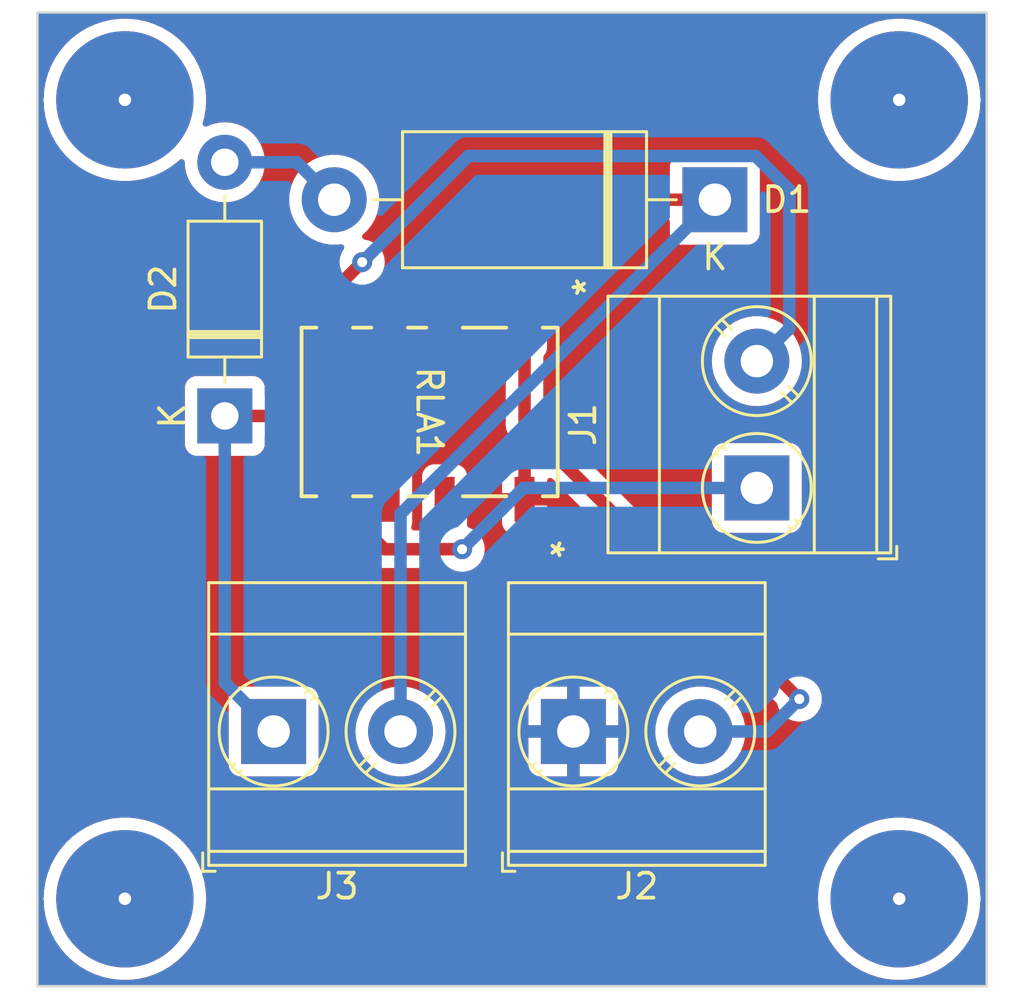
<source format=kicad_pcb>
(kicad_pcb (version 20221018) (generator pcbnew)
  (layers (0 "F.Cu" signal) (31 "B.Cu" signal) (34 "B.Paste" user) (35 "F.Paste" user) (36 "B.SilkS" user "B.Silkscreen") (37 "F.SilkS" user "F.Silkscreen") (38 "B.Mask" user) (39 "F.Mask" user) (44 "Edge.Cuts" user))
  (net 0 "")
  (net 1 "GND")
  (net 2 "Net-(J1-Pin_2)")
  (net 3 "Net-(J2-Pin_2)")
  (net 6 "Net-(J1-Pin_1)")
  (net 7 "Net-(D1-K)")
  (net 8 "Net-(D1-A)")
  (net 9 "Net-(D2-K)")
  (footprint "G6K-2F-Y-TR DC5:G6K-2F-Y DC3" (layer "F.Cu") (at 187.2 102.499999 -90)
    (fp_text reference "RLA1" (at 0 0 -90 unlocked) (layer "F.SilkS"))
    (fp_text value "G6K-2F-Y-TR DC5")
    (fp_text user "*" (at -4.999999 -6.3 90) (layer "F.SilkS"))
    (fp_text user "*" (at 5.500001 -4.8 -90 unlocked) (layer "F.SilkS"))
    (fp_line (start -3.377001 -5.127) (end -3.377001 -4.53274) (stroke (width 0.1524)) (layer "F.SilkS"))
    (fp_line (start -3.377001 -3.06726) (end -3.377001 -1.332739) (stroke (width 0.1524)) (layer "F.SilkS"))
    (fp_line (start -3.377001 0.132741) (end -3.377001 0.867262) (stroke (width 0.1524)) (layer "F.SilkS"))
    (fp_line (start -3.377001 2.332742) (end -3.377001 3.06726) (stroke (width 0.1524)) (layer "F.SilkS"))
    (fp_line (start -3.377001 4.53274) (end -3.377001 5.127) (stroke (width 0.1524)) (layer "F.SilkS"))
    (fp_line (start -3.377001 5.127) (end 3.377001 5.127) (stroke (width 0.1524)) (layer "F.SilkS"))
    (fp_line (start 3.377001 -5.127) (end -3.377001 -5.127) (stroke (width 0.1524)) (layer "F.SilkS"))
    (fp_line (start 3.377001 -4.53274) (end 3.377001 -5.127) (stroke (width 0.1524)) (layer "F.SilkS"))
    (fp_line (start 3.377001 -1.332739) (end 3.377001 -3.06726) (stroke (width 0.1524)) (layer "F.SilkS"))
    (fp_line (start 3.377001 0.867262) (end 3.377001 0.132741) (stroke (width 0.1524)) (layer "F.SilkS"))
    (fp_line (start 3.377001 3.06726) (end 3.377001 2.332742) (stroke (width 0.1524)) (layer "F.SilkS"))
    (fp_line (start 3.377001 5.127) (end 3.377001 4.53274) (stroke (width 0.1524)) (layer "F.SilkS"))
    (pad "1" smd rect (at -3.500001 -3.8 270) (size 1.8 0.8) (layers "F.Cu" "F.Paste" "F.Mask") (net 3 "Net-(J2-Pin_2)"))
    (pad "2" smd rect (at -3.500001 -0.599999 270) (size 1.8 0.8) (layers "F.Cu" "F.Paste" "F.Mask"))
    (pad "3" smd rect (at -3.500001 1.600002 270) (size 1.8 0.8) (layers "F.Cu" "F.Paste" "F.Mask") (net 7 "Net-(D1-K)"))
    (pad "4" smd rect (at -3.500001 3.8 270) (size 1.8 0.8) (layers "F.Cu" "F.Paste" "F.Mask") (net 2 "Net-(J1-Pin_2)"))
    (pad "5" smd rect (at 3.500001 3.8 270) (size 1.8 0.8) (layers "F.Cu" "F.Paste" "F.Mask") (net 6 "Net-(J1-Pin_1)"))
    (pad "6" smd rect (at 3.500001 1.600002 270) (size 1.8 0.8) (layers "F.Cu" "F.Paste" "F.Mask") (net 9 "Net-(D2-K)"))
    (pad "7" smd rect (at 3.500001 -0.599999 270) (size 1.8 0.8) (layers "F.Cu" "F.Paste" "F.Mask"))
    (pad "8" smd rect (at 3.500001 -3.8 270) (size 1.8 0.8) (layers "F.Cu" "F.Paste" "F.Mask") (net 1 "GND"))
  )
  (footprint "TerminalBlock_Phoenix:TerminalBlock_Phoenix_MKDS-3-2-5.08_1x02_P5.08mm_Horizontal" (layer "F.Cu") (at 180.955 115.3)
    (fp_text reference "J3" (at 2.54 6.2) (layer "F.SilkS"))
    (fp_text value "Screw_Terminal_01x02")
    (fp_line (start -2.84 4.86) (end -2.84 5.6) (stroke (width 0.12)) (layer "F.SilkS"))
    (fp_line (start -2.84 5.6) (end -2.34 5.6) (stroke (width 0.12)) (layer "F.SilkS"))
    (fp_line (start -2.6 -5.96) (end -2.6 5.36) (stroke (width 0.12)) (layer "F.SilkS"))
    (fp_line (start -2.6 -5.96) (end 7.68 -5.96) (stroke (width 0.12)) (layer "F.SilkS"))
    (fp_line (start -2.6 -3.9) (end 7.68 -3.9) (stroke (width 0.12)) (layer "F.SilkS"))
    (fp_line (start -2.6 2.3) (end 7.68 2.3) (stroke (width 0.12)) (layer "F.SilkS"))
    (fp_line (start -2.6 4.8) (end 7.68 4.8) (stroke (width 0.12)) (layer "F.SilkS"))
    (fp_line (start -2.6 5.36) (end 7.68 5.36) (stroke (width 0.12)) (layer "F.SilkS"))
    (fp_line (start -1.548 1.281) (end -1.654 1.388) (stroke (width 0.12)) (layer "F.SilkS"))
    (fp_line (start -1.282 1.547) (end -1.388 1.654) (stroke (width 0.12)) (layer "F.SilkS"))
    (fp_line (start 1.388 -1.654) (end 1.281 -1.547) (stroke (width 0.12)) (layer "F.SilkS"))
    (fp_line (start 1.654 -1.388) (end 1.547 -1.281) (stroke (width 0.12)) (layer "F.SilkS"))
    (fp_line (start 3.822 0.992) (end 3.427 1.388) (stroke (width 0.12)) (layer "F.SilkS"))
    (fp_line (start 4.073 1.274) (end 3.693 1.654) (stroke (width 0.12)) (layer "F.SilkS"))
    (fp_line (start 6.468 -1.654) (end 6.088 -1.274) (stroke (width 0.12)) (layer "F.SilkS"))
    (fp_line (start 6.734 -1.388) (end 6.339 -0.992) (stroke (width 0.12)) (layer "F.SilkS"))
    (fp_line (start 7.68 -5.96) (end 7.68 5.36) (stroke (width 0.12)) (layer "F.SilkS"))
    (fp_circle (center 0 0) (end 2.18 0) (stroke (width 0.12)) (fill none) (layer "F.SilkS"))
    (fp_circle (center 5.08 0) (end 7.26 0) (stroke (width 0.12)) (fill none) (layer "F.SilkS"))
    (pad "1" thru_hole rect (at 0 0) (size 2.6 2.6) (drill 1.3) (layers "*.Cu" "*.Mask") (net 9 "Net-(D2-K)"))
    (pad "2" thru_hole circle (at 5.08 0) (size 2.6 2.6) (drill 1.3) (layers "*.Cu" "*.Mask") (net 7 "Net-(D1-K)"))
  )
  (footprint "Diode_THT:D_DO-41_SOD81_P10.16mm_Horizontal" (layer "F.Cu") (at 179 102.66 90)
    (fp_text reference "D2" (at 5.08 -2.47 90) (layer "F.SilkS"))
    (fp_text value "1N4004")
    (fp_text user "K" (at 0 -2.1 90) (layer "F.SilkS"))
    (fp_line (start 1.34 0) (end 2.36 0) (stroke (width 0.12)) (layer "F.SilkS"))
    (fp_line (start 2.36 -1.47) (end 2.36 1.47) (stroke (width 0.12)) (layer "F.SilkS"))
    (fp_line (start 2.36 1.47) (end 7.8 1.47) (stroke (width 0.12)) (layer "F.SilkS"))
    (fp_line (start 3.14 -1.47) (end 3.14 1.47) (stroke (width 0.12)) (layer "F.SilkS"))
    (fp_line (start 3.26 -1.47) (end 3.26 1.47) (stroke (width 0.12)) (layer "F.SilkS"))
    (fp_line (start 3.38 -1.47) (end 3.38 1.47) (stroke (width 0.12)) (layer "F.SilkS"))
    (fp_line (start 7.8 -1.47) (end 2.36 -1.47) (stroke (width 0.12)) (layer "F.SilkS"))
    (fp_line (start 7.8 1.47) (end 7.8 -1.47) (stroke (width 0.12)) (layer "F.SilkS"))
    (fp_line (start 8.82 0) (end 7.8 0) (stroke (width 0.12)) (layer "F.SilkS"))
    (pad "1" thru_hole rect (at 0 0 90) (size 2.2 2.2) (drill 1.1) (layers "*.Cu" "*.Mask") (net 9 "Net-(D2-K)"))
    (pad "2" thru_hole oval (at 10.16 0 90) (size 2.2 2.2) (drill 1.1) (layers "*.Cu" "*.Mask") (net 8 "Net-(D1-A)"))
  )
  (footprint "TerminalBlock_Phoenix:TerminalBlock_Phoenix_MKDS-3-2-5.08_1x02_P5.08mm_Horizontal" (layer "F.Cu") (at 200.3 105.545 90)
    (fp_text reference "J1" (at 2.545 -6.96 90) (layer "F.SilkS"))
    (fp_text value "Screw_Terminal_01x02")
    (fp_line (start -2.84 4.86) (end -2.84 5.6) (stroke (width 0.12)) (layer "F.SilkS"))
    (fp_line (start -2.84 5.6) (end -2.34 5.6) (stroke (width 0.12)) (layer "F.SilkS"))
    (fp_line (start -2.6 -5.96) (end -2.6 5.36) (stroke (width 0.12)) (layer "F.SilkS"))
    (fp_line (start -2.6 -5.96) (end 7.68 -5.96) (stroke (width 0.12)) (layer "F.SilkS"))
    (fp_line (start -2.6 -3.9) (end 7.68 -3.9) (stroke (width 0.12)) (layer "F.SilkS"))
    (fp_line (start -2.6 2.3) (end 7.68 2.3) (stroke (width 0.12)) (layer "F.SilkS"))
    (fp_line (start -2.6 4.8) (end 7.68 4.8) (stroke (width 0.12)) (layer "F.SilkS"))
    (fp_line (start -2.6 5.36) (end 7.68 5.36) (stroke (width 0.12)) (layer "F.SilkS"))
    (fp_line (start -1.548 1.281) (end -1.654 1.388) (stroke (width 0.12)) (layer "F.SilkS"))
    (fp_line (start -1.282 1.547) (end -1.388 1.654) (stroke (width 0.12)) (layer "F.SilkS"))
    (fp_line (start 1.388 -1.654) (end 1.281 -1.547) (stroke (width 0.12)) (layer "F.SilkS"))
    (fp_line (start 1.654 -1.388) (end 1.547 -1.281) (stroke (width 0.12)) (layer "F.SilkS"))
    (fp_line (start 3.822 0.992) (end 3.427 1.388) (stroke (width 0.12)) (layer "F.SilkS"))
    (fp_line (start 4.073 1.274) (end 3.693 1.654) (stroke (width 0.12)) (layer "F.SilkS"))
    (fp_line (start 6.468 -1.654) (end 6.088 -1.274) (stroke (width 0.12)) (layer "F.SilkS"))
    (fp_line (start 6.734 -1.388) (end 6.339 -0.992) (stroke (width 0.12)) (layer "F.SilkS"))
    (fp_line (start 7.68 -5.96) (end 7.68 5.36) (stroke (width 0.12)) (layer "F.SilkS"))
    (fp_circle (center 0 0) (end 2.18 0) (stroke (width 0.12)) (fill none) (layer "F.SilkS"))
    (fp_circle (center 5.08 0) (end 7.26 0) (stroke (width 0.12)) (fill none) (layer "F.SilkS"))
    (pad "1" thru_hole rect (at 0 0 90) (size 2.6 2.6) (drill 1.3) (layers "*.Cu" "*.Mask") (net 6 "Net-(J1-Pin_1)"))
    (pad "2" thru_hole circle (at 5.08 0 90) (size 2.6 2.6) (drill 1.3) (layers "*.Cu" "*.Mask") (net 2 "Net-(J1-Pin_2)"))
  )
  (footprint "TerminalBlock_Phoenix:TerminalBlock_Phoenix_MKDS-3-2-5.08_1x02_P5.08mm_Horizontal" (layer "F.Cu") (at 192.955 115.3)
    (fp_text reference "J2" (at 2.54 6.2) (layer "F.SilkS"))
    (fp_text value "Screw_Terminal_01x02")
    (fp_line (start -2.84 4.86) (end -2.84 5.6) (stroke (width 0.12)) (layer "F.SilkS"))
    (fp_line (start -2.84 5.6) (end -2.34 5.6) (stroke (width 0.12)) (layer "F.SilkS"))
    (fp_line (start -2.6 -5.96) (end -2.6 5.36) (stroke (width 0.12)) (layer "F.SilkS"))
    (fp_line (start -2.6 -5.96) (end 7.68 -5.96) (stroke (width 0.12)) (layer "F.SilkS"))
    (fp_line (start -2.6 -3.9) (end 7.68 -3.9) (stroke (width 0.12)) (layer "F.SilkS"))
    (fp_line (start -2.6 2.3) (end 7.68 2.3) (stroke (width 0.12)) (layer "F.SilkS"))
    (fp_line (start -2.6 4.8) (end 7.68 4.8) (stroke (width 0.12)) (layer "F.SilkS"))
    (fp_line (start -2.6 5.36) (end 7.68 5.36) (stroke (width 0.12)) (layer "F.SilkS"))
    (fp_line (start -1.548 1.281) (end -1.654 1.388) (stroke (width 0.12)) (layer "F.SilkS"))
    (fp_line (start -1.282 1.547) (end -1.388 1.654) (stroke (width 0.12)) (layer "F.SilkS"))
    (fp_line (start 1.388 -1.654) (end 1.281 -1.547) (stroke (width 0.12)) (layer "F.SilkS"))
    (fp_line (start 1.654 -1.388) (end 1.547 -1.281) (stroke (width 0.12)) (layer "F.SilkS"))
    (fp_line (start 3.822 0.992) (end 3.427 1.388) (stroke (width 0.12)) (layer "F.SilkS"))
    (fp_line (start 4.073 1.274) (end 3.693 1.654) (stroke (width 0.12)) (layer "F.SilkS"))
    (fp_line (start 6.468 -1.654) (end 6.088 -1.274) (stroke (width 0.12)) (layer "F.SilkS"))
    (fp_line (start 6.734 -1.388) (end 6.339 -0.992) (stroke (width 0.12)) (layer "F.SilkS"))
    (fp_line (start 7.68 -5.96) (end 7.68 5.36) (stroke (width 0.12)) (layer "F.SilkS"))
    (fp_circle (center 0 0) (end 2.18 0) (stroke (width 0.12)) (fill none) (layer "F.SilkS"))
    (fp_circle (center 5.08 0) (end 7.26 0) (stroke (width 0.12)) (fill none) (layer "F.SilkS"))
    (pad "1" thru_hole rect (at 0 0) (size 2.6 2.6) (drill 1.3) (layers "*.Cu" "*.Mask") (net 1 "GND"))
    (pad "2" thru_hole circle (at 5.08 0) (size 2.6 2.6) (drill 1.3) (layers "*.Cu" "*.Mask") (net 3 "Net-(J2-Pin_2)"))
  )
  (footprint "Diode_THT:D_DO-201_P15.24mm_Horizontal" (layer "F.Cu") (at 198.62 94 180)
    (fp_text reference "D1" (at -2.88 0) (layer "F.SilkS"))
    (fp_text value "1N53xxB")
    (fp_text user "K" (at 0 -2.3) (layer "F.SilkS"))
    (fp_line (start 1.54 0) (end 2.735 0) (stroke (width 0.12)) (layer "F.SilkS"))
    (fp_line (start 2.735 -2.725) (end 2.735 2.725) (stroke (width 0.12)) (layer "F.SilkS"))
    (fp_line (start 2.735 2.725) (end 12.505 2.725) (stroke (width 0.12)) (layer "F.SilkS"))
    (fp_line (start 4.1645 -2.725) (end 4.1645 2.725) (stroke (width 0.12)) (layer "F.SilkS"))
    (fp_line (start 4.2845 -2.725) (end 4.2845 2.725) (stroke (width 0.12)) (layer "F.SilkS"))
    (fp_line (start 4.4045 -2.725) (end 4.4045 2.725) (stroke (width 0.12)) (layer "F.SilkS"))
    (fp_line (start 12.505 -2.725) (end 2.735 -2.725) (stroke (width 0.12)) (layer "F.SilkS"))
    (fp_line (start 12.505 2.725) (end 12.505 -2.725) (stroke (width 0.12)) (layer "F.SilkS"))
    (fp_line (start 13.7 0) (end 12.505 0) (stroke (width 0.12)) (layer "F.SilkS"))
    (pad "1" thru_hole rect (at 0 0 180) (size 2.6 2.6) (drill 1.3) (layers "*.Cu" "*.Mask") (net 7 "Net-(D1-K)"))
    (pad "2" thru_hole oval (at 15.24 0 180) (size 2.6 2.6) (drill 1.3) (layers "*.Cu" "*.Mask") (net 8 "Net-(D1-A)"))
  )
  (gr_rect (start 171.5 86.5) (end 209.5 125.5) (stroke (width 0.1)) (fill none) (layer "Edge.Cuts"))
  (via (at 175 122) (size 5.5) (drill 0.5) (layers "F.Cu" "B.Cu") (net 0))
  (via (at 206 90) (size 5.5) (drill 0.5) (layers "F.Cu" "B.Cu") (net 0))
  (via (at 175 90) (size 5.5) (drill 0.5) (layers "F.Cu" "B.Cu") (net 0))
  (via (at 206 122) (size 5.5) (drill 0.5) (layers "F.Cu" "B.Cu") (net 0))
  (segment (start 183.4 97.6) (end 184.5 96.5) (width 0.5) (layer "F.Cu") (net 2))
  (segment (start 183.4 98.999998) (end 183.4 97.6) (width 0.5) (layer "F.Cu") (net 2))
  (via (at 184.5 96.5) (size 0.8) (drill 0.4) (layers "F.Cu" "B.Cu") (net 2))
  (segment (start 200.3 100.465) (end 201.6 99.165) (width 0.5) (layer "B.Cu") (net 2))
  (segment (start 201.6 93.6) (end 200.25 92.25) (width 0.5) (layer "B.Cu") (net 2))
  (segment (start 201.6 99.165) (end 201.6 93.6) (width 0.5) (layer "B.Cu") (net 2))
  (segment (start 188.75 92.25) (end 184.5 96.5) (width 0.5) (layer "B.Cu") (net 2))
  (segment (start 200.25 92.25) (end 188.75 92.25) (width 0.5) (layer "B.Cu") (net 2))
  (segment (start 191 98.999998) (end 191 103) (width 0.5) (layer "F.Cu") (net 3))
  (segment (start 191 103) (end 202 114) (width 0.5) (layer "F.Cu") (net 3))
  (via (at 202 114) (size 0.8) (drill 0.4) (layers "F.Cu" "B.Cu") (net 3))
  (segment (start 198.035 115.3) (end 200.7 115.3) (width 0.5) (layer "B.Cu") (net 3))
  (segment (start 200.7 115.3) (end 202 114) (width 0.5) (layer "B.Cu") (net 3))
  (segment (start 185.4 108) (end 188.5 108) (width 0.5) (layer "F.Cu") (net 6))
  (segment (start 183.4 106) (end 185.4 108) (width 0.5) (layer "F.Cu") (net 6))
  (via (at 188.5 108) (size 0.8) (drill 0.4) (layers "F.Cu" "B.Cu") (net 6))
  (segment (start 200.3 105.545) (end 190.955 105.545) (width 0.5) (layer "B.Cu") (net 6))
  (segment (start 190.955 105.545) (end 188.5 108) (width 0.5) (layer "B.Cu") (net 6))
  (segment (start 190.599996 94) (end 185.599998 98.999998) (width 0.5) (layer "F.Cu") (net 7))
  (segment (start 198.62 94) (end 190.599996 94) (width 0.5) (layer "F.Cu") (net 7))
  (segment (start 186.035 106.585) (end 198.62 94) (width 0.5) (layer "B.Cu") (net 7))
  (segment (start 186.035 115.3) (end 186.035 106.585) (width 0.5) (layer "B.Cu") (net 7))
  (segment (start 179 92.5) (end 181.88 92.5) (width 0.5) (layer "B.Cu") (net 8))
  (segment (start 181.88 92.5) (end 183.38 94) (width 0.5) (layer "B.Cu") (net 8))
  (segment (start 182.259998 102.66) (end 185.599998 106) (width 0.5) (layer "F.Cu") (net 9))
  (segment (start 179 102.66) (end 182.259998 102.66) (width 0.5) (layer "F.Cu") (net 9))
  (segment (start 179 113.345) (end 180.955 115.3) (width 0.5) (layer "B.Cu") (net 9))
  (segment (start 179 102.66) (end 179 113.345) (width 0.5) (layer "B.Cu") (net 9))
  (zone (net 1) (net_name "GND") (layers "F&B.Cu") (connect_pads (clearance 0.5)) (min_thickness 0.25) (fill yes (thermal_gap 0.5) (thermal_bridge_width 0.5))
    (polygon (pts (xy 170 86) (xy 170 126) (xy 211 126) (xy 211 86)))
  )
)
</source>
